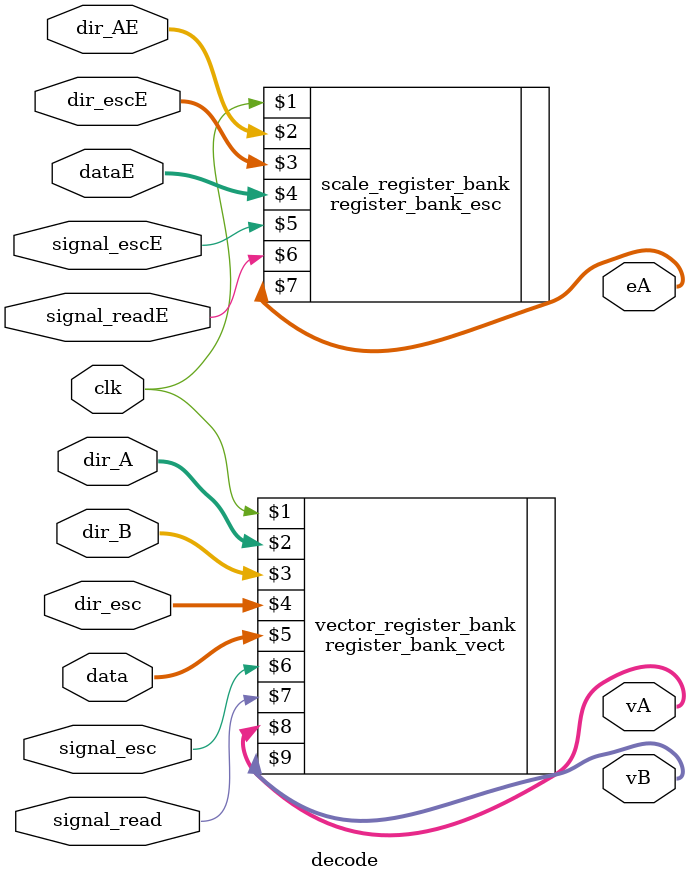
<source format=sv>
module decode(clk, dir_A, dir_B, dir_esc, data, signal_esc, signal_read, vA, vB, 
dir_AE, dir_escE, dataE, signal_escE, signal_readE, eA );
		input logic clk, signal_esc, signal_read, signal_escE, signal_readE;
		input logic [2:0] dir_A, dir_B, dir_esc, dir_AE, dir_escE;
		input logic [63:0] data;
		input logic [7:0] dataE;
		output logic [63:0] vA, vB;
		output logic [7:0] eA;
		
		register_bank_vect vector_register_bank(clk, dir_A, dir_B, dir_esc, data, signal_esc, signal_read, vA, vB);
		register_bank_esc scale_register_bank(clk, dir_AE, dir_escE, dataE, signal_escE, signal_readE, eA);

endmodule		
</source>
